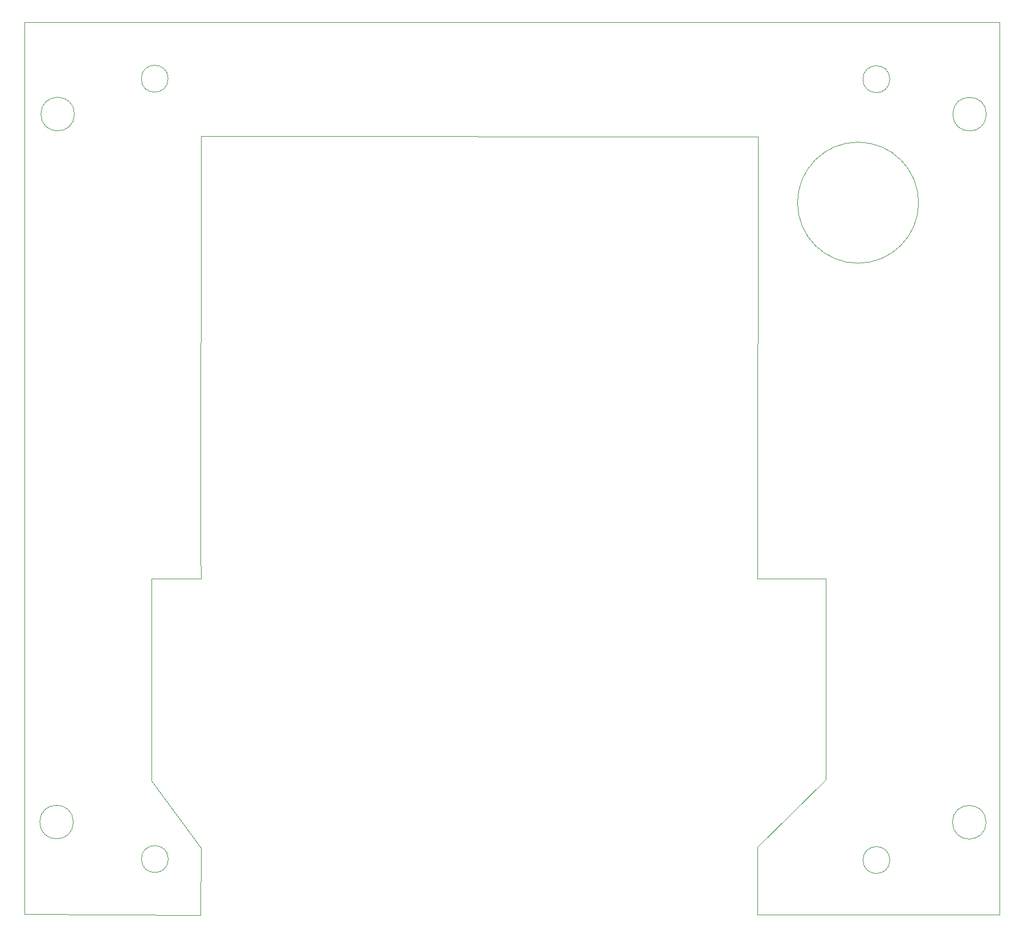
<source format=gbr>
%TF.GenerationSoftware,KiCad,Pcbnew,9.0.3*%
%TF.CreationDate,2025-07-23T10:01:10-06:00*%
%TF.ProjectId,ARC-210-Master-Board,4152432d-3231-4302-9d4d-61737465722d,rev?*%
%TF.SameCoordinates,Original*%
%TF.FileFunction,Profile,NP*%
%FSLAX46Y46*%
G04 Gerber Fmt 4.6, Leading zero omitted, Abs format (unit mm)*
G04 Created by KiCad (PCBNEW 9.0.3) date 2025-07-23 10:01:10*
%MOMM*%
%LPD*%
G01*
G04 APERTURE LIST*
%TA.AperFunction,Profile*%
%ADD10C,0.100000*%
%TD*%
%TA.AperFunction,Profile*%
%ADD11C,0.050000*%
%TD*%
G04 APERTURE END LIST*
D10*
X205730000Y-54700000D02*
G75*
G02*
X187730000Y-54700000I-9000000J0D01*
G01*
X187730000Y-54700000D02*
G75*
G02*
X205730000Y-54700000I9000000J0D01*
G01*
D11*
X201450000Y-36345000D02*
G75*
G02*
X197450000Y-36345000I-2000000J0D01*
G01*
X197450000Y-36345000D02*
G75*
G02*
X201450000Y-36345000I2000000J0D01*
G01*
X80240000Y-41530000D02*
G75*
G02*
X75240000Y-41530000I-2500000J0D01*
G01*
X75240000Y-41530000D02*
G75*
G02*
X80240000Y-41530000I2500000J0D01*
G01*
X91665000Y-131870000D02*
X91665000Y-110570000D01*
X91665000Y-140645000D02*
X99027500Y-150658067D01*
X72820000Y-27870000D02*
X72820000Y-160445000D01*
X181815000Y-160570005D02*
X217730000Y-160540000D01*
X181815000Y-160570005D02*
X181815000Y-150482503D01*
X215760000Y-146810000D02*
G75*
G02*
X210760000Y-146810000I-2500000J0D01*
G01*
X210760000Y-146810000D02*
G75*
G02*
X215760000Y-146810000I2500000J0D01*
G01*
X99065000Y-44795000D02*
X181865000Y-44870000D01*
X201460000Y-152430000D02*
G75*
G02*
X197460000Y-152430000I-2000000J0D01*
G01*
X197460000Y-152430000D02*
G75*
G02*
X201460000Y-152430000I2000000J0D01*
G01*
X215810000Y-41540000D02*
G75*
G02*
X210810000Y-41540000I-2500000J0D01*
G01*
X210810000Y-41540000D02*
G75*
G02*
X215810000Y-41540000I2500000J0D01*
G01*
X80080000Y-146780000D02*
G75*
G02*
X75080000Y-146780000I-2500000J0D01*
G01*
X75080000Y-146780000D02*
G75*
G02*
X80080000Y-146780000I2500000J0D01*
G01*
X91665000Y-131870000D02*
X91665000Y-140645000D01*
X191965000Y-140470000D02*
X191940000Y-110570000D01*
X94190000Y-152280000D02*
G75*
G02*
X90190000Y-152280000I-2000000J0D01*
G01*
X90190000Y-152280000D02*
G75*
G02*
X94190000Y-152280000I2000000J0D01*
G01*
X72820000Y-160445000D02*
X99015000Y-160671134D01*
X99015000Y-106670000D02*
X99065000Y-44795000D01*
X72820000Y-27870000D02*
X217730000Y-27864986D01*
X191965000Y-140470000D02*
X181815000Y-150482503D01*
X181815000Y-110620000D02*
X181815000Y-106670000D01*
X99077545Y-110570000D02*
X99015000Y-106670000D01*
X99077545Y-110570000D02*
X91665000Y-110570000D01*
X94165000Y-36270000D02*
G75*
G02*
X90165000Y-36270000I-2000000J0D01*
G01*
X90165000Y-36270000D02*
G75*
G02*
X94165000Y-36270000I2000000J0D01*
G01*
X217730000Y-27864986D02*
X217730000Y-160540000D01*
X99015000Y-160671134D02*
X99027500Y-150658067D01*
X181865000Y-44870000D02*
X181815000Y-106670000D01*
X191940000Y-110570000D02*
X181815000Y-110620000D01*
M02*

</source>
